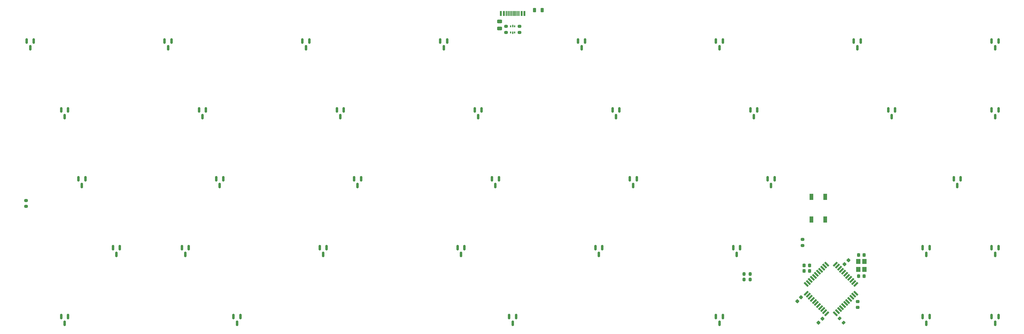
<source format=gbr>
%TF.GenerationSoftware,KiCad,Pcbnew,(5.99.0-11177-g6c67dfa032)*%
%TF.CreationDate,2021-09-16T00:44:05+03:00*%
%TF.ProjectId,Charon_32U4_Solder,43686172-6f6e-45f3-9332-55345f536f6c,rev?*%
%TF.SameCoordinates,Original*%
%TF.FileFunction,Paste,Bot*%
%TF.FilePolarity,Positive*%
%FSLAX46Y46*%
G04 Gerber Fmt 4.6, Leading zero omitted, Abs format (unit mm)*
G04 Created by KiCad (PCBNEW (5.99.0-11177-g6c67dfa032)) date 2021-09-16 00:44:05*
%MOMM*%
%LPD*%
G01*
G04 APERTURE LIST*
G04 Aperture macros list*
%AMRoundRect*
0 Rectangle with rounded corners*
0 $1 Rounding radius*
0 $2 $3 $4 $5 $6 $7 $8 $9 X,Y pos of 4 corners*
0 Add a 4 corners polygon primitive as box body*
4,1,4,$2,$3,$4,$5,$6,$7,$8,$9,$2,$3,0*
0 Add four circle primitives for the rounded corners*
1,1,$1+$1,$2,$3*
1,1,$1+$1,$4,$5*
1,1,$1+$1,$6,$7*
1,1,$1+$1,$8,$9*
0 Add four rect primitives between the rounded corners*
20,1,$1+$1,$2,$3,$4,$5,0*
20,1,$1+$1,$4,$5,$6,$7,0*
20,1,$1+$1,$6,$7,$8,$9,0*
20,1,$1+$1,$8,$9,$2,$3,0*%
%AMRotRect*
0 Rectangle, with rotation*
0 The origin of the aperture is its center*
0 $1 length*
0 $2 width*
0 $3 Rotation angle, in degrees counterclockwise*
0 Add horizontal line*
21,1,$1,$2,0,0,$3*%
G04 Aperture macros list end*
%ADD10R,1.200000X1.400000*%
%ADD11R,0.600000X1.450000*%
%ADD12R,0.300000X1.450000*%
%ADD13RoundRect,0.150000X-0.150000X0.587500X-0.150000X-0.587500X0.150000X-0.587500X0.150000X0.587500X0*%
%ADD14R,1.000000X1.700000*%
%ADD15RoundRect,0.200000X-0.200000X-0.275000X0.200000X-0.275000X0.200000X0.275000X-0.200000X0.275000X0*%
%ADD16RoundRect,0.225000X-0.250000X0.225000X-0.250000X-0.225000X0.250000X-0.225000X0.250000X0.225000X0*%
%ADD17RotRect,1.500000X0.550000X315.000000*%
%ADD18RotRect,1.500000X0.550000X225.000000*%
%ADD19RoundRect,0.218750X-0.218750X-0.381250X0.218750X-0.381250X0.218750X0.381250X-0.218750X0.381250X0*%
%ADD20RoundRect,0.200000X-0.275000X0.200000X-0.275000X-0.200000X0.275000X-0.200000X0.275000X0.200000X0*%
%ADD21RoundRect,0.243750X-0.456250X0.243750X-0.456250X-0.243750X0.456250X-0.243750X0.456250X0.243750X0*%
%ADD22RoundRect,0.225000X0.017678X-0.335876X0.335876X-0.017678X-0.017678X0.335876X-0.335876X0.017678X0*%
%ADD23RoundRect,0.200000X-0.335876X-0.053033X-0.053033X-0.335876X0.335876X0.053033X0.053033X0.335876X0*%
%ADD24RoundRect,0.225000X0.225000X0.250000X-0.225000X0.250000X-0.225000X-0.250000X0.225000X-0.250000X0*%
%ADD25RoundRect,0.225000X-0.017678X0.335876X-0.335876X0.017678X0.017678X-0.335876X0.335876X-0.017678X0*%
%ADD26RoundRect,0.200000X0.275000X-0.200000X0.275000X0.200000X-0.275000X0.200000X-0.275000X-0.200000X0*%
%ADD27RoundRect,0.225000X-0.225000X-0.250000X0.225000X-0.250000X0.225000X0.250000X-0.225000X0.250000X0*%
%ADD28R,0.375000X0.500000*%
%ADD29R,0.300000X0.650000*%
G04 APERTURE END LIST*
D10*
%TO.C,Y1*%
X299649250Y-120740625D03*
X299649250Y-122940625D03*
X297949250Y-122940625D03*
X297949250Y-120740625D03*
%TD*%
D11*
%TO.C,J1*%
X199156250Y-52185000D03*
X199956250Y-52185000D03*
D12*
X201156250Y-52185000D03*
X202156250Y-52185000D03*
X202656250Y-52185000D03*
X203656250Y-52185000D03*
D11*
X204856250Y-52185000D03*
X205656250Y-52185000D03*
X205656250Y-52185000D03*
X204856250Y-52185000D03*
D12*
X204156250Y-52185000D03*
X203156250Y-52185000D03*
X201656250Y-52185000D03*
X200656250Y-52185000D03*
D11*
X199956250Y-52185000D03*
X199156250Y-52185000D03*
%TD*%
D13*
%TO.C,KD25*%
X110968750Y-116934375D03*
X112868750Y-116934375D03*
X111918750Y-118809375D03*
%TD*%
%TO.C,KD1*%
X68106250Y-59784375D03*
X70006250Y-59784375D03*
X69056250Y-61659375D03*
%TD*%
D14*
%TO.C,SW1*%
X288766250Y-109130625D03*
X288766250Y-102830625D03*
X284966250Y-109130625D03*
X284966250Y-102830625D03*
%TD*%
D13*
%TO.C,KD31*%
X334806250Y-116934375D03*
X336706250Y-116934375D03*
X335756250Y-118809375D03*
%TD*%
%TO.C,KD27*%
X187168750Y-116934375D03*
X189068750Y-116934375D03*
X188118750Y-118809375D03*
%TD*%
%TO.C,KD4*%
X182406250Y-59784375D03*
X184306250Y-59784375D03*
X183356250Y-61659375D03*
%TD*%
D15*
%TO.C,R4*%
X266383000Y-124221875D03*
X268033000Y-124221875D03*
%TD*%
D16*
%TO.C,C2*%
X297783250Y-131860625D03*
X297783250Y-133410625D03*
%TD*%
D13*
%TO.C,KD19*%
X158593750Y-97884375D03*
X160493750Y-97884375D03*
X159543750Y-99759375D03*
%TD*%
%TO.C,KD23*%
X324328750Y-97884375D03*
X326228750Y-97884375D03*
X325278750Y-99759375D03*
%TD*%
%TO.C,KD12*%
X191931250Y-78834375D03*
X193831250Y-78834375D03*
X192881250Y-80709375D03*
%TD*%
D17*
%TO.C,U2*%
X283558314Y-127115543D03*
X284124000Y-126549858D03*
X284689685Y-125984173D03*
X285255370Y-125418487D03*
X285821056Y-124852802D03*
X286386741Y-124287116D03*
X286952427Y-123721431D03*
X287518112Y-123155745D03*
X288083798Y-122590060D03*
X288649483Y-122024375D03*
X289215168Y-121458689D03*
D18*
X291619332Y-121458689D03*
X292185017Y-122024375D03*
X292750702Y-122590060D03*
X293316388Y-123155745D03*
X293882073Y-123721431D03*
X294447759Y-124287116D03*
X295013444Y-124852802D03*
X295579130Y-125418487D03*
X296144815Y-125984173D03*
X296710500Y-126549858D03*
X297276186Y-127115543D03*
D17*
X297276186Y-129519707D03*
X296710500Y-130085392D03*
X296144815Y-130651077D03*
X295579130Y-131216763D03*
X295013444Y-131782448D03*
X294447759Y-132348134D03*
X293882073Y-132913819D03*
X293316388Y-133479505D03*
X292750702Y-134045190D03*
X292185017Y-134610875D03*
X291619332Y-135176561D03*
D18*
X289215168Y-135176561D03*
X288649483Y-134610875D03*
X288083798Y-134045190D03*
X287518112Y-133479505D03*
X286952427Y-132913819D03*
X286386741Y-132348134D03*
X285821056Y-131782448D03*
X285255370Y-131216763D03*
X284689685Y-130651077D03*
X284124000Y-130085392D03*
X283558314Y-129519707D03*
%TD*%
D13*
%TO.C,KD36*%
X315756250Y-135984375D03*
X317656250Y-135984375D03*
X316706250Y-137859375D03*
%TD*%
%TO.C,KD11*%
X153831250Y-78834375D03*
X155731250Y-78834375D03*
X154781250Y-80709375D03*
%TD*%
D19*
%TO.C,FB1*%
X208455750Y-51228625D03*
X210580750Y-51228625D03*
%TD*%
D13*
%TO.C,KD32*%
X77631250Y-135984375D03*
X79531250Y-135984375D03*
X78581250Y-137859375D03*
%TD*%
D20*
%TO.C,R2*%
X204266800Y-55729735D03*
X204266800Y-57379735D03*
%TD*%
D13*
%TO.C,KD24*%
X91918750Y-116934375D03*
X93818750Y-116934375D03*
X92868750Y-118809375D03*
%TD*%
%TO.C,KD28*%
X225268750Y-116934375D03*
X227168750Y-116934375D03*
X226218750Y-118809375D03*
%TD*%
%TO.C,KD3*%
X144306250Y-59784375D03*
X146206250Y-59784375D03*
X145256250Y-61659375D03*
%TD*%
%TO.C,KD26*%
X149068750Y-116934375D03*
X150968750Y-116934375D03*
X150018750Y-118809375D03*
%TD*%
D15*
%TO.C,R5*%
X266383000Y-125745875D03*
X268033000Y-125745875D03*
%TD*%
D13*
%TO.C,KD37*%
X334806250Y-135984375D03*
X336706250Y-135984375D03*
X335756250Y-137859375D03*
%TD*%
D21*
%TO.C,F1*%
X198831200Y-54383700D03*
X198831200Y-56258700D03*
%TD*%
D13*
%TO.C,KD5*%
X220506250Y-59784375D03*
X222406250Y-59784375D03*
X221456250Y-61659375D03*
%TD*%
D22*
%TO.C,C1*%
X294100250Y-121459625D03*
X295196266Y-120363609D03*
%TD*%
D13*
%TO.C,KD2*%
X106206250Y-59784375D03*
X108106250Y-59784375D03*
X107156250Y-61659375D03*
%TD*%
D23*
%TO.C,R7*%
X292754887Y-136497262D03*
X293921613Y-137663988D03*
%TD*%
D20*
%TO.C,R1*%
X200558400Y-55729735D03*
X200558400Y-57379735D03*
%TD*%
D13*
%TO.C,KD10*%
X115731250Y-78834375D03*
X117631250Y-78834375D03*
X116681250Y-80709375D03*
%TD*%
D24*
%TO.C,C6*%
X299574250Y-124761625D03*
X298024250Y-124761625D03*
%TD*%
%TO.C,C5*%
X284524750Y-121808875D03*
X282974750Y-121808875D03*
%TD*%
D13*
%TO.C,KD17*%
X82393750Y-97884375D03*
X84293750Y-97884375D03*
X83343750Y-99759375D03*
%TD*%
D24*
%TO.C,C7*%
X299574250Y-118919625D03*
X298024250Y-118919625D03*
%TD*%
D13*
%TO.C,KD21*%
X234793750Y-97884375D03*
X236693750Y-97884375D03*
X235743750Y-99759375D03*
%TD*%
%TO.C,KD33*%
X125256250Y-135984375D03*
X127156250Y-135984375D03*
X126206250Y-137859375D03*
%TD*%
%TO.C,KD14*%
X268131250Y-78834375D03*
X270031250Y-78834375D03*
X269081250Y-80709375D03*
%TD*%
%TO.C,KD6*%
X258606250Y-59784375D03*
X260506250Y-59784375D03*
X259556250Y-61659375D03*
%TD*%
%TO.C,KD16*%
X334806250Y-78834375D03*
X336706250Y-78834375D03*
X335756250Y-80709375D03*
%TD*%
%TO.C,KD18*%
X120493750Y-97884375D03*
X122393750Y-97884375D03*
X121443750Y-99759375D03*
%TD*%
%TO.C,KD35*%
X258606250Y-135984375D03*
X260506250Y-135984375D03*
X259556250Y-137859375D03*
%TD*%
%TO.C,KD8*%
X334806250Y-59784375D03*
X336706250Y-59784375D03*
X335756250Y-61659375D03*
%TD*%
%TO.C,KD30*%
X315756250Y-116934375D03*
X317656250Y-116934375D03*
X316706250Y-118809375D03*
%TD*%
D25*
%TO.C,C3*%
X288044258Y-136532617D03*
X286948242Y-137628633D03*
%TD*%
D13*
%TO.C,KD13*%
X230031250Y-78834375D03*
X231931250Y-78834375D03*
X230981250Y-80709375D03*
%TD*%
D26*
%TO.C,R6*%
X67925000Y-105520625D03*
X67925000Y-103870625D03*
%TD*%
D13*
%TO.C,KD9*%
X77631250Y-78834375D03*
X79531250Y-78834375D03*
X78581250Y-80709375D03*
%TD*%
D26*
%TO.C,R3*%
X282543250Y-116315625D03*
X282543250Y-114665625D03*
%TD*%
D13*
%TO.C,KD34*%
X201456250Y-135984375D03*
X203356250Y-135984375D03*
X202406250Y-137859375D03*
%TD*%
%TO.C,KD22*%
X272893750Y-97884375D03*
X274793750Y-97884375D03*
X273843750Y-99759375D03*
%TD*%
%TO.C,KD20*%
X196693750Y-97884375D03*
X198593750Y-97884375D03*
X197643750Y-99759375D03*
%TD*%
D27*
%TO.C,C8*%
X282974750Y-123317000D03*
X284524750Y-123317000D03*
%TD*%
D13*
%TO.C,KD7*%
X296706250Y-59784375D03*
X298606250Y-59784375D03*
X297656250Y-61659375D03*
%TD*%
%TO.C,KD15*%
X306231250Y-78834375D03*
X308131250Y-78834375D03*
X307181250Y-80709375D03*
%TD*%
D28*
%TO.C,U1*%
X201868920Y-55704735D03*
D29*
X202406420Y-55629735D03*
D28*
X202943920Y-55704735D03*
X202943920Y-57404735D03*
D29*
X202406420Y-57479735D03*
D28*
X201868920Y-57404735D03*
%TD*%
D13*
%TO.C,KD29*%
X263368750Y-116934375D03*
X265268750Y-116934375D03*
X264318750Y-118809375D03*
%TD*%
D25*
%TO.C,C4*%
X282154633Y-130627117D03*
X281058617Y-131723133D03*
%TD*%
M02*

</source>
